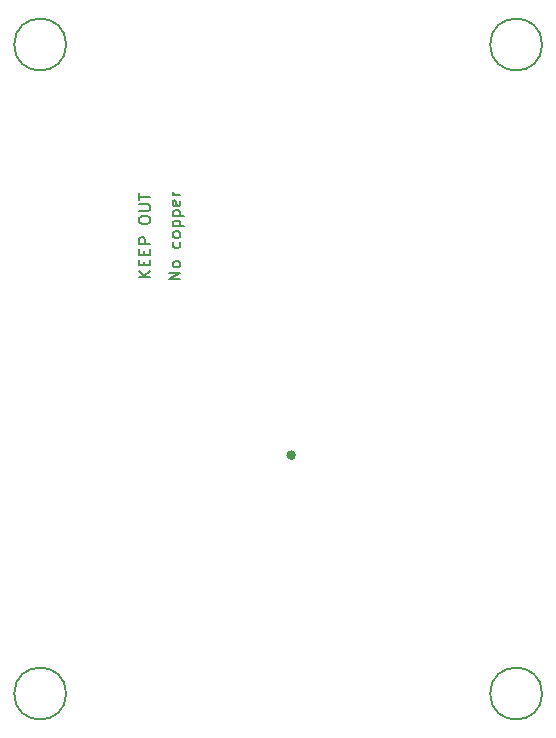
<source format=gbr>
G04 #@! TF.GenerationSoftware,KiCad,Pcbnew,9.0.6*
G04 #@! TF.CreationDate,2025-11-17T18:11:24+05:30*
G04 #@! TF.ProjectId,BloodHound_VENOM,426c6f6f-6448-46f7-956e-645f56454e4f,1*
G04 #@! TF.SameCoordinates,Original*
G04 #@! TF.FileFunction,Other,Comment*
%FSLAX46Y46*%
G04 Gerber Fmt 4.6, Leading zero omitted, Abs format (unit mm)*
G04 Created by KiCad (PCBNEW 9.0.6) date 2025-11-17 18:11:24*
%MOMM*%
%LPD*%
G01*
G04 APERTURE LIST*
%ADD10C,0.150000*%
%ADD11C,0.400000*%
G04 APERTURE END LIST*
D10*
X143884819Y-88772857D02*
X142884819Y-88772857D01*
X142884819Y-88772857D02*
X143884819Y-88201429D01*
X143884819Y-88201429D02*
X142884819Y-88201429D01*
X143884819Y-87582381D02*
X143837200Y-87677619D01*
X143837200Y-87677619D02*
X143789580Y-87725238D01*
X143789580Y-87725238D02*
X143694342Y-87772857D01*
X143694342Y-87772857D02*
X143408628Y-87772857D01*
X143408628Y-87772857D02*
X143313390Y-87725238D01*
X143313390Y-87725238D02*
X143265771Y-87677619D01*
X143265771Y-87677619D02*
X143218152Y-87582381D01*
X143218152Y-87582381D02*
X143218152Y-87439524D01*
X143218152Y-87439524D02*
X143265771Y-87344286D01*
X143265771Y-87344286D02*
X143313390Y-87296667D01*
X143313390Y-87296667D02*
X143408628Y-87249048D01*
X143408628Y-87249048D02*
X143694342Y-87249048D01*
X143694342Y-87249048D02*
X143789580Y-87296667D01*
X143789580Y-87296667D02*
X143837200Y-87344286D01*
X143837200Y-87344286D02*
X143884819Y-87439524D01*
X143884819Y-87439524D02*
X143884819Y-87582381D01*
X143837200Y-85630000D02*
X143884819Y-85725238D01*
X143884819Y-85725238D02*
X143884819Y-85915714D01*
X143884819Y-85915714D02*
X143837200Y-86010952D01*
X143837200Y-86010952D02*
X143789580Y-86058571D01*
X143789580Y-86058571D02*
X143694342Y-86106190D01*
X143694342Y-86106190D02*
X143408628Y-86106190D01*
X143408628Y-86106190D02*
X143313390Y-86058571D01*
X143313390Y-86058571D02*
X143265771Y-86010952D01*
X143265771Y-86010952D02*
X143218152Y-85915714D01*
X143218152Y-85915714D02*
X143218152Y-85725238D01*
X143218152Y-85725238D02*
X143265771Y-85630000D01*
X143884819Y-85058571D02*
X143837200Y-85153809D01*
X143837200Y-85153809D02*
X143789580Y-85201428D01*
X143789580Y-85201428D02*
X143694342Y-85249047D01*
X143694342Y-85249047D02*
X143408628Y-85249047D01*
X143408628Y-85249047D02*
X143313390Y-85201428D01*
X143313390Y-85201428D02*
X143265771Y-85153809D01*
X143265771Y-85153809D02*
X143218152Y-85058571D01*
X143218152Y-85058571D02*
X143218152Y-84915714D01*
X143218152Y-84915714D02*
X143265771Y-84820476D01*
X143265771Y-84820476D02*
X143313390Y-84772857D01*
X143313390Y-84772857D02*
X143408628Y-84725238D01*
X143408628Y-84725238D02*
X143694342Y-84725238D01*
X143694342Y-84725238D02*
X143789580Y-84772857D01*
X143789580Y-84772857D02*
X143837200Y-84820476D01*
X143837200Y-84820476D02*
X143884819Y-84915714D01*
X143884819Y-84915714D02*
X143884819Y-85058571D01*
X143218152Y-84296666D02*
X144218152Y-84296666D01*
X143265771Y-84296666D02*
X143218152Y-84201428D01*
X143218152Y-84201428D02*
X143218152Y-84010952D01*
X143218152Y-84010952D02*
X143265771Y-83915714D01*
X143265771Y-83915714D02*
X143313390Y-83868095D01*
X143313390Y-83868095D02*
X143408628Y-83820476D01*
X143408628Y-83820476D02*
X143694342Y-83820476D01*
X143694342Y-83820476D02*
X143789580Y-83868095D01*
X143789580Y-83868095D02*
X143837200Y-83915714D01*
X143837200Y-83915714D02*
X143884819Y-84010952D01*
X143884819Y-84010952D02*
X143884819Y-84201428D01*
X143884819Y-84201428D02*
X143837200Y-84296666D01*
X143218152Y-83391904D02*
X144218152Y-83391904D01*
X143265771Y-83391904D02*
X143218152Y-83296666D01*
X143218152Y-83296666D02*
X143218152Y-83106190D01*
X143218152Y-83106190D02*
X143265771Y-83010952D01*
X143265771Y-83010952D02*
X143313390Y-82963333D01*
X143313390Y-82963333D02*
X143408628Y-82915714D01*
X143408628Y-82915714D02*
X143694342Y-82915714D01*
X143694342Y-82915714D02*
X143789580Y-82963333D01*
X143789580Y-82963333D02*
X143837200Y-83010952D01*
X143837200Y-83010952D02*
X143884819Y-83106190D01*
X143884819Y-83106190D02*
X143884819Y-83296666D01*
X143884819Y-83296666D02*
X143837200Y-83391904D01*
X143837200Y-82106190D02*
X143884819Y-82201428D01*
X143884819Y-82201428D02*
X143884819Y-82391904D01*
X143884819Y-82391904D02*
X143837200Y-82487142D01*
X143837200Y-82487142D02*
X143741961Y-82534761D01*
X143741961Y-82534761D02*
X143361009Y-82534761D01*
X143361009Y-82534761D02*
X143265771Y-82487142D01*
X143265771Y-82487142D02*
X143218152Y-82391904D01*
X143218152Y-82391904D02*
X143218152Y-82201428D01*
X143218152Y-82201428D02*
X143265771Y-82106190D01*
X143265771Y-82106190D02*
X143361009Y-82058571D01*
X143361009Y-82058571D02*
X143456247Y-82058571D01*
X143456247Y-82058571D02*
X143551485Y-82534761D01*
X143884819Y-81629999D02*
X143218152Y-81629999D01*
X143408628Y-81629999D02*
X143313390Y-81582380D01*
X143313390Y-81582380D02*
X143265771Y-81534761D01*
X143265771Y-81534761D02*
X143218152Y-81439523D01*
X143218152Y-81439523D02*
X143218152Y-81344285D01*
X141344819Y-88606190D02*
X140344819Y-88606190D01*
X141344819Y-88034762D02*
X140773390Y-88463333D01*
X140344819Y-88034762D02*
X140916247Y-88606190D01*
X140821009Y-87606190D02*
X140821009Y-87272857D01*
X141344819Y-87130000D02*
X141344819Y-87606190D01*
X141344819Y-87606190D02*
X140344819Y-87606190D01*
X140344819Y-87606190D02*
X140344819Y-87130000D01*
X140821009Y-86701428D02*
X140821009Y-86368095D01*
X141344819Y-86225238D02*
X141344819Y-86701428D01*
X141344819Y-86701428D02*
X140344819Y-86701428D01*
X140344819Y-86701428D02*
X140344819Y-86225238D01*
X141344819Y-85796666D02*
X140344819Y-85796666D01*
X140344819Y-85796666D02*
X140344819Y-85415714D01*
X140344819Y-85415714D02*
X140392438Y-85320476D01*
X140392438Y-85320476D02*
X140440057Y-85272857D01*
X140440057Y-85272857D02*
X140535295Y-85225238D01*
X140535295Y-85225238D02*
X140678152Y-85225238D01*
X140678152Y-85225238D02*
X140773390Y-85272857D01*
X140773390Y-85272857D02*
X140821009Y-85320476D01*
X140821009Y-85320476D02*
X140868628Y-85415714D01*
X140868628Y-85415714D02*
X140868628Y-85796666D01*
X140344819Y-83844285D02*
X140344819Y-83653809D01*
X140344819Y-83653809D02*
X140392438Y-83558571D01*
X140392438Y-83558571D02*
X140487676Y-83463333D01*
X140487676Y-83463333D02*
X140678152Y-83415714D01*
X140678152Y-83415714D02*
X141011485Y-83415714D01*
X141011485Y-83415714D02*
X141201961Y-83463333D01*
X141201961Y-83463333D02*
X141297200Y-83558571D01*
X141297200Y-83558571D02*
X141344819Y-83653809D01*
X141344819Y-83653809D02*
X141344819Y-83844285D01*
X141344819Y-83844285D02*
X141297200Y-83939523D01*
X141297200Y-83939523D02*
X141201961Y-84034761D01*
X141201961Y-84034761D02*
X141011485Y-84082380D01*
X141011485Y-84082380D02*
X140678152Y-84082380D01*
X140678152Y-84082380D02*
X140487676Y-84034761D01*
X140487676Y-84034761D02*
X140392438Y-83939523D01*
X140392438Y-83939523D02*
X140344819Y-83844285D01*
X140344819Y-82987142D02*
X141154342Y-82987142D01*
X141154342Y-82987142D02*
X141249580Y-82939523D01*
X141249580Y-82939523D02*
X141297200Y-82891904D01*
X141297200Y-82891904D02*
X141344819Y-82796666D01*
X141344819Y-82796666D02*
X141344819Y-82606190D01*
X141344819Y-82606190D02*
X141297200Y-82510952D01*
X141297200Y-82510952D02*
X141249580Y-82463333D01*
X141249580Y-82463333D02*
X141154342Y-82415714D01*
X141154342Y-82415714D02*
X140344819Y-82415714D01*
X140344819Y-82082380D02*
X140344819Y-81510952D01*
X141344819Y-81796666D02*
X140344819Y-81796666D01*
D11*
X153450000Y-103670000D02*
G75*
G02*
X153050000Y-103670000I-200000J0D01*
G01*
X153050000Y-103670000D02*
G75*
G02*
X153450000Y-103670000I200000J0D01*
G01*
D10*
X134200000Y-123850000D02*
G75*
G02*
X129800000Y-123850000I-2200000J0D01*
G01*
X129800000Y-123850000D02*
G75*
G02*
X134200000Y-123850000I2200000J0D01*
G01*
X174500000Y-123850000D02*
G75*
G02*
X170100000Y-123850000I-2200000J0D01*
G01*
X170100000Y-123850000D02*
G75*
G02*
X174500000Y-123850000I2200000J0D01*
G01*
X174500000Y-68900000D02*
G75*
G02*
X170100000Y-68900000I-2200000J0D01*
G01*
X170100000Y-68900000D02*
G75*
G02*
X174500000Y-68900000I2200000J0D01*
G01*
X134200000Y-68900000D02*
G75*
G02*
X129800000Y-68900000I-2200000J0D01*
G01*
X129800000Y-68900000D02*
G75*
G02*
X134200000Y-68900000I2200000J0D01*
G01*
M02*

</source>
